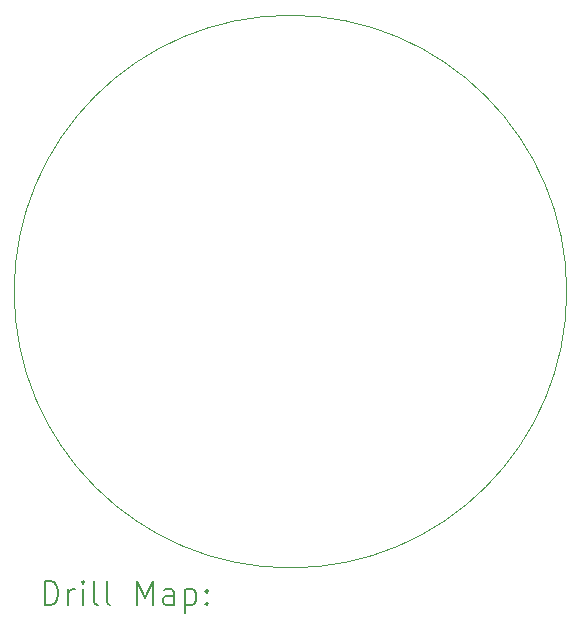
<source format=gbr>
%TF.GenerationSoftware,KiCad,Pcbnew,8.0.9*%
%TF.CreationDate,2025-12-11T14:47:31+01:00*%
%TF.ProjectId,Project,50726f6a-6563-4742-9e6b-696361645f70,rev?*%
%TF.SameCoordinates,Original*%
%TF.FileFunction,Drillmap*%
%TF.FilePolarity,Positive*%
%FSLAX45Y45*%
G04 Gerber Fmt 4.5, Leading zero omitted, Abs format (unit mm)*
G04 Created by KiCad (PCBNEW 8.0.9) date 2025-12-11 14:47:31*
%MOMM*%
%LPD*%
G01*
G04 APERTURE LIST*
%ADD10C,0.050000*%
%ADD11C,0.200000*%
G04 APERTURE END LIST*
D10*
X18303241Y-6687820D02*
G75*
G02*
X13624559Y-6687820I-2339341J0D01*
G01*
X13624559Y-6687820D02*
G75*
G02*
X18303241Y-6687820I2339341J0D01*
G01*
D11*
X13882835Y-9341145D02*
X13882835Y-9141145D01*
X13882835Y-9141145D02*
X13930454Y-9141145D01*
X13930454Y-9141145D02*
X13959026Y-9150669D01*
X13959026Y-9150669D02*
X13978073Y-9169717D01*
X13978073Y-9169717D02*
X13987597Y-9188764D01*
X13987597Y-9188764D02*
X13997121Y-9226859D01*
X13997121Y-9226859D02*
X13997121Y-9255431D01*
X13997121Y-9255431D02*
X13987597Y-9293526D01*
X13987597Y-9293526D02*
X13978073Y-9312574D01*
X13978073Y-9312574D02*
X13959026Y-9331621D01*
X13959026Y-9331621D02*
X13930454Y-9341145D01*
X13930454Y-9341145D02*
X13882835Y-9341145D01*
X14082835Y-9341145D02*
X14082835Y-9207812D01*
X14082835Y-9245907D02*
X14092359Y-9226859D01*
X14092359Y-9226859D02*
X14101883Y-9217336D01*
X14101883Y-9217336D02*
X14120931Y-9207812D01*
X14120931Y-9207812D02*
X14139978Y-9207812D01*
X14206645Y-9341145D02*
X14206645Y-9207812D01*
X14206645Y-9141145D02*
X14197121Y-9150669D01*
X14197121Y-9150669D02*
X14206645Y-9160193D01*
X14206645Y-9160193D02*
X14216169Y-9150669D01*
X14216169Y-9150669D02*
X14206645Y-9141145D01*
X14206645Y-9141145D02*
X14206645Y-9160193D01*
X14330454Y-9341145D02*
X14311407Y-9331621D01*
X14311407Y-9331621D02*
X14301883Y-9312574D01*
X14301883Y-9312574D02*
X14301883Y-9141145D01*
X14435216Y-9341145D02*
X14416169Y-9331621D01*
X14416169Y-9331621D02*
X14406645Y-9312574D01*
X14406645Y-9312574D02*
X14406645Y-9141145D01*
X14663788Y-9341145D02*
X14663788Y-9141145D01*
X14663788Y-9141145D02*
X14730454Y-9284002D01*
X14730454Y-9284002D02*
X14797121Y-9141145D01*
X14797121Y-9141145D02*
X14797121Y-9341145D01*
X14978073Y-9341145D02*
X14978073Y-9236383D01*
X14978073Y-9236383D02*
X14968550Y-9217336D01*
X14968550Y-9217336D02*
X14949502Y-9207812D01*
X14949502Y-9207812D02*
X14911407Y-9207812D01*
X14911407Y-9207812D02*
X14892359Y-9217336D01*
X14978073Y-9331621D02*
X14959026Y-9341145D01*
X14959026Y-9341145D02*
X14911407Y-9341145D01*
X14911407Y-9341145D02*
X14892359Y-9331621D01*
X14892359Y-9331621D02*
X14882835Y-9312574D01*
X14882835Y-9312574D02*
X14882835Y-9293526D01*
X14882835Y-9293526D02*
X14892359Y-9274479D01*
X14892359Y-9274479D02*
X14911407Y-9264955D01*
X14911407Y-9264955D02*
X14959026Y-9264955D01*
X14959026Y-9264955D02*
X14978073Y-9255431D01*
X15073312Y-9207812D02*
X15073312Y-9407812D01*
X15073312Y-9217336D02*
X15092359Y-9207812D01*
X15092359Y-9207812D02*
X15130454Y-9207812D01*
X15130454Y-9207812D02*
X15149502Y-9217336D01*
X15149502Y-9217336D02*
X15159026Y-9226859D01*
X15159026Y-9226859D02*
X15168550Y-9245907D01*
X15168550Y-9245907D02*
X15168550Y-9303050D01*
X15168550Y-9303050D02*
X15159026Y-9322098D01*
X15159026Y-9322098D02*
X15149502Y-9331621D01*
X15149502Y-9331621D02*
X15130454Y-9341145D01*
X15130454Y-9341145D02*
X15092359Y-9341145D01*
X15092359Y-9341145D02*
X15073312Y-9331621D01*
X15254264Y-9322098D02*
X15263788Y-9331621D01*
X15263788Y-9331621D02*
X15254264Y-9341145D01*
X15254264Y-9341145D02*
X15244740Y-9331621D01*
X15244740Y-9331621D02*
X15254264Y-9322098D01*
X15254264Y-9322098D02*
X15254264Y-9341145D01*
X15254264Y-9217336D02*
X15263788Y-9226859D01*
X15263788Y-9226859D02*
X15254264Y-9236383D01*
X15254264Y-9236383D02*
X15244740Y-9226859D01*
X15244740Y-9226859D02*
X15254264Y-9217336D01*
X15254264Y-9217336D02*
X15254264Y-9236383D01*
M02*

</source>
